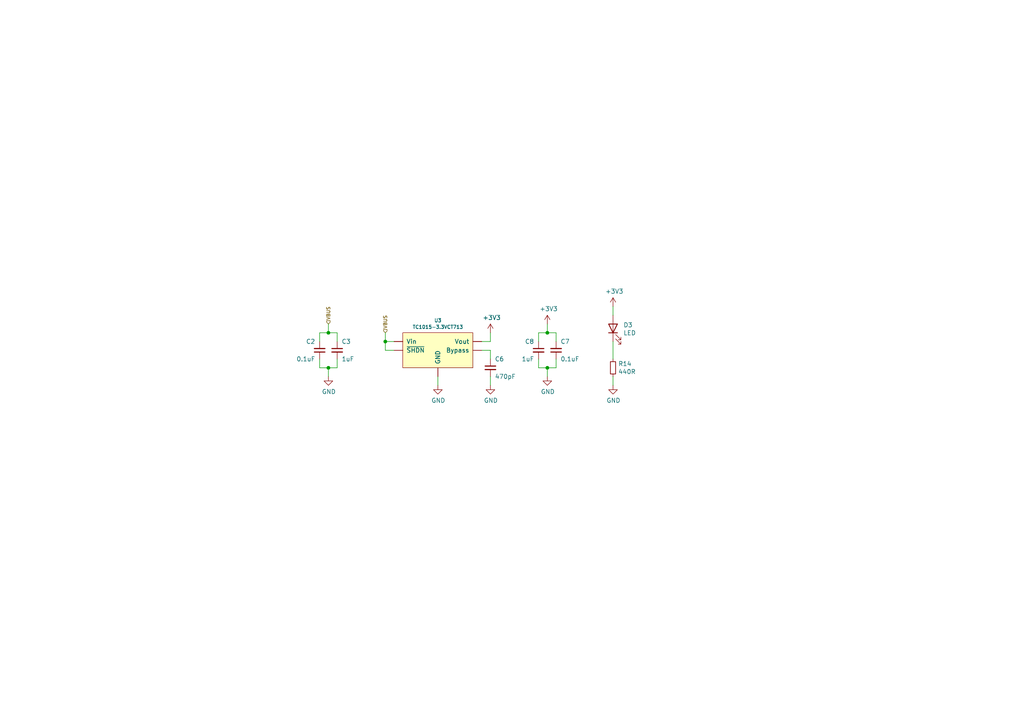
<source format=kicad_sch>
(kicad_sch (version 20211123) (generator eeschema)
  (paper "A4")
  (lib_symbols
    (symbol "DX_MON:TC1015-3.3VCT713" (pin_numbers hide) (pin_names (offset 1.016))
      (property "Reference" "U" (at 0 6.35 0))
      (property "Value" "TC1015-3.3VCT713" (at 1.27 -6.35 0))
      (symbol "TC1015-3.3VCT713_0_1"
        (rectangle (start -10.16 5.08) (end 10.16 -5.08) (fill (type background)))
      )
      (symbol "TC1015-3.3VCT713_1_1"
        (pin power_in line (at -12.7 2.54 0) (length 2.54) (name "Vin") (number "1"))
        (pin passive line (at 0 -7.62 90) (length 2.54) (name "GND") (number "2"))
        (pin input line (at -12.7 0 0) (length 2.54) (name "~{SHDN}") (number "3"))
        (pin passive line (at 12.7 0 180) (length 2.54) (name "Bypass") (number "4"))
        (pin power_out line (at 12.7 2.54 180) (length 2.54) (name "Vout") (number "5"))
      )
    )
    (symbol "Device:C_Small" (pin_numbers hide) (pin_names (offset 0.254) hide)
      (property "Reference" "C" (at 0.254 1.778 0))
      (property "Value" "C_Small" (at 0.254 -2.032 0))
      (symbol "C_Small_0_1"
        (polyline (pts (xy -1.524 -0.508) (xy 1.524 -0.508)) (stroke (width 0.3302)))
        (polyline (pts (xy -1.524 0.508) (xy 1.524 0.508)) (stroke (width 0.3048)))
      )
      (symbol "C_Small_1_1"
        (pin passive line (at 0 2.54 270) (length 2.032) (name "~") (number "1"))
        (pin passive line (at 0 -2.54 90) (length 2.032) (name "~") (number "2"))
      )
    )
    (symbol "Device:LED" (pin_numbers hide) (pin_names (offset 1.016) hide)
      (property "Reference" "D" (at 0 2.54 0))
      (property "Value" "LED" (at 0 -2.54 0))
      (symbol "LED_0_1"
        (polyline (pts (xy -1.27 -1.27) (xy -1.27 1.27)) (stroke (width 0.254)))
        (polyline (pts (xy -1.27 0) (xy 1.27 0)))
        (polyline (pts (xy 1.27 -1.27) (xy 1.27 1.27) (xy -1.27 0) (xy 1.27 -1.27)) (stroke (width 0.254)))
        (polyline (pts (xy -3.048 -0.762) (xy -4.572 -2.286) (xy -3.81 -2.286) (xy -4.572 -2.286) (xy -4.572 -1.524)))
        (polyline (pts (xy -1.778 -0.762) (xy -3.302 -2.286) (xy -2.54 -2.286) (xy -3.302 -2.286) (xy -3.302 -1.524)))
      )
      (symbol "LED_1_1"
        (pin passive line (at -3.81 0 0) (length 2.54) (name "K") (number "1"))
        (pin passive line (at 3.81 0 180) (length 2.54) (name "A") (number "2"))
      )
    )
    (symbol "Device:R_Small" (pin_numbers hide) (pin_names (offset 0.254) hide)
      (property "Reference" "R" (at 0.762 0.508 0))
      (property "Value" "R_Small" (at 0.762 -1.016 0))
      (symbol "R_Small_0_1"
        (rectangle (start -0.762 1.778) (end 0.762 -1.778) (stroke (width 0.2032)))
      )
      (symbol "R_Small_1_1"
        (pin passive line (at 0 2.54 270) (length 0.762) (name "~") (number "1"))
        (pin passive line (at 0 -2.54 90) (length 0.762) (name "~") (number "2"))
      )
    )
    (symbol "power:+3.3V" (power) (pin_names (offset 0))
      (property "Value" "+3.3V" (at 0 3.556 0))
      (symbol "+3.3V_0_1"
        (polyline (pts (xy -0.762 1.27) (xy 0 2.54)))
        (polyline (pts (xy 0 0) (xy 0 2.54)))
        (polyline (pts (xy 0 2.54) (xy 0.762 1.27)))
      )
      (symbol "+3.3V_1_1"
        (pin power_in line (at 0 0 90) (length 0) hide (name "+3V3") (number "1"))
      )
    )
    (symbol "power:GND" (power) (pin_names (offset 0))
      (property "Value" "GND" (at 0 -3.81 0))
      (symbol "GND_0_1"
        (polyline (pts (xy 0 0) (xy 0 -1.27) (xy 1.27 -1.27) (xy 0 -2.54) (xy -1.27 -1.27) (xy 0 -1.27)))
      )
      (symbol "GND_1_1"
        (pin power_in line (at 0 0 270) (length 0) hide (name "GND") (number "1"))
      )
    )
  )
  (junction (at 158.75 96.52))
  (junction (at 95.25 96.52))
  (junction (at 95.25 106.68))
  (junction (at 158.75 106.68))
  (junction (at 111.76 99.06))
  (wire (pts (xy 158.75 96.52) (xy 156.21 96.52)))
  (wire (pts (xy 95.25 96.52) (xy 97.79 96.52)))
  (wire (pts (xy 97.79 96.52) (xy 97.79 99.06)))
  (wire (pts (xy 142.24 111.76) (xy 142.24 109.22)))
  (wire (pts (xy 139.7 101.6) (xy 142.24 101.6)))
  (wire (pts (xy 111.76 96.52) (xy 111.76 99.06)))
  (wire (pts (xy 142.24 99.06) (xy 142.24 96.52)))
  (wire (pts (xy 95.25 93.98) (xy 95.25 96.52)))
  (wire (pts (xy 111.76 101.6) (xy 111.76 99.06)))
  (wire (pts (xy 92.71 96.52) (xy 92.71 99.06)))
  (wire (pts (xy 111.76 99.06) (xy 114.3 99.06)))
  (wire (pts (xy 127 111.76) (xy 127 109.22)))
  (wire (pts (xy 177.8 88.9) (xy 177.8 91.44)))
  (wire (pts (xy 158.75 93.98) (xy 158.75 96.52)))
  (wire (pts (xy 158.75 96.52) (xy 161.29 96.52)))
  (wire (pts (xy 114.3 101.6) (xy 111.76 101.6)))
  (wire (pts (xy 161.29 96.52) (xy 161.29 99.06)))
  (wire (pts (xy 97.79 106.68) (xy 97.79 104.14)))
  (wire (pts (xy 156.21 104.14) (xy 156.21 106.68)))
  (wire (pts (xy 139.7 99.06) (xy 142.24 99.06)))
  (wire (pts (xy 177.8 99.06) (xy 177.8 104.14)))
  (wire (pts (xy 161.29 106.68) (xy 161.29 104.14)))
  (wire (pts (xy 158.75 106.68) (xy 158.75 109.22)))
  (wire (pts (xy 142.24 101.6) (xy 142.24 104.14)))
  (wire (pts (xy 92.71 106.68) (xy 95.25 106.68)))
  (wire (pts (xy 95.25 106.68) (xy 95.25 109.22)))
  (wire (pts (xy 156.21 106.68) (xy 158.75 106.68)))
  (wire (pts (xy 177.8 109.22) (xy 177.8 111.76)))
  (wire (pts (xy 95.25 106.68) (xy 97.79 106.68)))
  (wire (pts (xy 156.21 96.52) (xy 156.21 99.06)))
  (wire (pts (xy 158.75 106.68) (xy 161.29 106.68)))
  (wire (pts (xy 92.71 104.14) (xy 92.71 106.68)))
  (wire (pts (xy 95.25 96.52) (xy 92.71 96.52)))
  (hierarchical_label "VBUS" (shape input) (at 111.76 96.52 90) (effects (font (size 0.9906 0.9906))))
  (hierarchical_label "VBUS" (shape input) (at 95.25 93.98 90) (effects (font (size 0.9906 0.9906))))
  (symbol (lib_id "power:+3.3V") (at 142.24 96.52 0) (unit 1)
    (property "Reference" "#PWR016" (effects hide))
    (property "Value" "+3.3V" (at 142.621 92.1258 0))
  )
  (symbol (lib_id "DX_MON:TC1015-3.3VCT713") (at 127 101.6 0) (unit 1)
    (property "Reference" "U3" (at 127 92.9386 0) (effects (font (size 0.9906 0.9906))))
    (property "Value" "TC1015-3.3VCT713" (at 127 94.8436 0) (effects (font (size 0.9906 0.9906))))
    (property "Footprint" "rhais_package-smd:SOT-23-5" (effects hide))
    (property "Datasheet" "http://ww1.microchip.com/downloads/en/DeviceDoc/21335e.pdf" (effects hide))
    (property "MFR" "Microchip" (effects hide))
    (property "OC_FARNELL" "1331505" (effects hide))
    (property "URL_FARNELL" "https://uk.farnell.com/microchip/tc1015-3-3vct713/ic-v-reg-ldo-100ma-smd-sot-23/dp/1331505" (effects hide))
    (property "MPN" "TC1015-3.3VCT713" (effects hide))
  )
  (symbol (lib_id "power:GND") (at 127 111.76 0) (unit 1)
    (property "Reference" "#PWR06" (effects hide))
    (property "Value" "GND" (at 127.127 116.1542 0))
  )
  (symbol (lib_id "Device:C_Small") (at 142.24 106.68 0) (unit 1)
    (property "Reference" "C6" (at 143.51 104.14 0) (effects (justify left)))
    (property "Value" "470pF" (at 143.51 109.22 0) (effects (justify left)))
    (property "Footprint" "rhais_rcl:C0603" (effects hide))
    (property "Datasheet" "http://www.farnell.com/datasheets/2861120.pdf" (effects hide))
    (property "MFR" "Multicomp" (effects hide))
    (property "MPN" "MC0603B471J500CT" (effects hide))
    (property "OC_FARNELL" "2627442" (effects hide))
    (property "URL_FARNELL" "https://uk.farnell.com/multicomp/mc0603b471j500ct/cap-470pf-50v-5-x7r-0603/dp/2627442" (effects hide))
  )
  (symbol (lib_id "power:GND") (at 142.24 111.76 0) (unit 1)
    (property "Reference" "#PWR017" (effects hide))
    (property "Value" "GND" (at 142.367 116.1542 0))
  )
  (symbol (lib_id "Device:C_Small") (at 97.79 101.6 0) (unit 1)
    (property "Reference" "C3" (at 99.06 99.06 0) (effects (justify left)))
    (property "Value" "1uF" (at 99.06 104.14 0) (effects (justify left)))
    (property "Footprint" "rhais_rcl:C0603" (effects hide))
    (property "Datasheet" "http://www.farnell.com/datasheets/2860632.pdf" (effects hide))
    (property "MFR" "Multicomp" (effects hide))
    (property "MPN" "MC0603B105K160CT" (effects hide))
    (property "OC_FARNELL" "2320814" (effects hide))
    (property "URL_FARNELL" "https://uk.farnell.com/multicomp/mc0603b105k160ct/cap-1-f-16v-10-x7r-0603/dp/2320814" (effects hide))
  )
  (symbol (lib_id "Device:C_Small") (at 92.71 101.6 0) (mirror x) (unit 1)
    (property "Reference" "C2" (at 91.44 99.06 0) (effects (justify right)))
    (property "Value" "0.1uF" (at 91.44 104.14 0) (effects (justify right)))
    (property "Footprint" "rhais_rcl:C0603" (effects hide))
    (property "Datasheet" "http://www.farnell.com/datasheets/1870456.pdf" (effects hide))
    (property "MFR" "Multicomp" (effects hide))
    (property "MPN" "MC0603B104J250CT" (effects hide))
    (property "OC_FARNELL" "2310559" (effects hide))
    (property "URL_FARNELL" "https://uk.farnell.com/multicomp/mc0603b104j250ct/cap-0-1-f-25v-5-x7r-0603-reel/dp/2310559" (effects hide))
  )
  (symbol (lib_id "Device:C_Small") (at 156.21 101.6 0) (mirror y) (unit 1)
    (property "Reference" "C8" (at 154.94 99.06 0) (effects (justify left)))
    (property "Value" "1uF" (at 154.94 104.14 0) (effects (justify left)))
    (property "Footprint" "rhais_rcl:C0603" (effects hide))
    (property "Datasheet" "http://www.farnell.com/datasheets/2860632.pdf" (effects hide))
    (property "MFR" "Multicomp" (effects hide))
    (property "MPN" "MC0603B105K160CT" (effects hide))
    (property "OC_FARNELL" "2320814" (effects hide))
    (property "URL_FARNELL" "https://uk.farnell.com/multicomp/mc0603b105k160ct/cap-1-f-16v-10-x7r-0603/dp/2320814" (effects hide))
  )
  (symbol (lib_id "Device:C_Small") (at 161.29 101.6 180) (unit 1)
    (property "Reference" "C7" (at 162.56 99.06 0) (effects (justify right)))
    (property "Value" "0.1uF" (at 162.56 104.14 0) (effects (justify right)))
    (property "Footprint" "rhais_rcl:C0603" (effects hide))
    (property "Datasheet" "http://www.farnell.com/datasheets/1870456.pdf" (effects hide))
    (property "MFR" "Multicomp" (effects hide))
    (property "MPN" "MC0603B104J250CT" (effects hide))
    (property "OC_FARNELL" "2310559" (effects hide))
    (property "URL_FARNELL" "https://uk.farnell.com/multicomp/mc0603b104j250ct/cap-0-1-f-25v-5-x7r-0603-reel/dp/2310559" (effects hide))
  )
  (symbol (lib_id "power:GND") (at 95.25 109.22 0) (unit 1)
    (property "Reference" "#PWR05" (effects hide))
    (property "Value" "GND" (at 95.377 113.6142 0))
  )
  (symbol (lib_id "power:GND") (at 158.75 109.22 0) (unit 1)
    (property "Reference" "#PWR019" (effects hide))
    (property "Value" "GND" (at 158.877 113.6142 0))
  )
  (symbol (lib_id "power:+3.3V") (at 158.75 93.98 0) (unit 1)
    (property "Reference" "#PWR018" (effects hide))
    (property "Value" "+3.3V" (at 159.131 89.5858 0))
  )
  (symbol (lib_id "Device:R_Small") (at 177.8 106.68 0) (unit 1)
    (property "Reference" "R14" (at 179.2986 105.5116 0) (effects (justify left)))
    (property "Value" "440R" (at 179.2986 107.823 0) (effects (justify left)))
    (property "Footprint" "rhais_rcl:R0603" (effects hide))
    (property "Datasheet" "http://www.farnell.com/datasheets/2860681.pdf" (effects hide))
    (property "MFR" "Multicomp" (effects hide))
    (property "MPN" "MCWR06X4700FTL" (effects hide))
    (property "OC_FARNELL" "2447374" (effects hide))
    (property "URL_FARNELL" "https://uk.farnell.com/multicomp/mcwr06x4700ftl/res-470r-1-0-1w-0603-thick-film/dp/2447374" (effects hide))
  )
  (symbol (lib_id "Device:LED") (at 177.8 95.25 90) (unit 1)
    (property "Reference" "D3" (at 180.7972 94.2594 90) (effects (justify right)))
    (property "Value" "LED" (at 180.7972 96.5708 90) (effects (justify right)))
    (property "Footprint" "rhais_led:LED0603" (effects hide))
    (property "Datasheet" "https://www.kingbright.com/attachments/file/psearch/000/00/20160808bak/KP-1608SGC(Ver.21B).pdf" (effects hide))
    (property "MFR" "Kingbright" (effects hide))
    (property "OC_FARNELL" "8529833" (effects hide))
    (property "URL_FARNELL" "https://uk.farnell.com/kingbright/kp-1608sgc/led-0-8mm-x-1-2mm-green-12mcd/dp/8529833" (effects hide))
    (property "MPN" "KP-1608SGC" (effects hide))
  )
  (symbol (lib_id "power:+3.3V") (at 177.8 88.9 0) (unit 1)
    (property "Reference" "#PWR040" (effects hide))
    (property "Value" "+3.3V" (at 178.181 84.5058 0))
  )
  (symbol (lib_id "power:GND") (at 177.8 111.76 0) (unit 1)
    (property "Reference" "#PWR041" (effects hide))
    (property "Value" "GND" (at 177.927 116.1542 0))
  )
)
</source>
